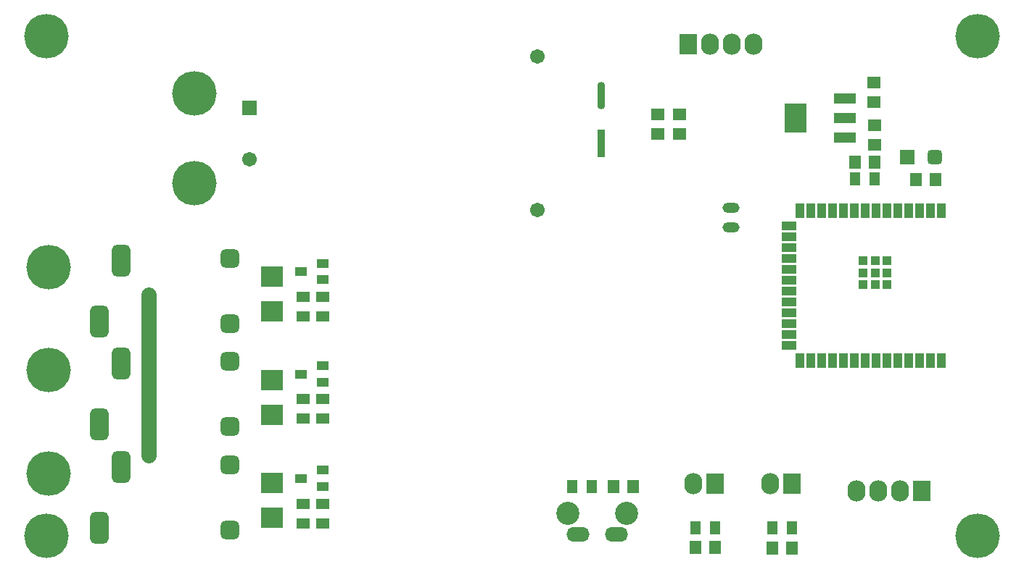
<source format=gts>
G04*
G04 #@! TF.GenerationSoftware,Altium Limited,Altium Designer,21.2.1 (34)*
G04*
G04 Layer_Color=8388736*
%FSTAX24Y24*%
%MOIN*%
G70*
G04*
G04 #@! TF.SameCoordinates,05E74B49-6C64-4D2F-80AE-A4148A6602C0*
G04*
G04*
G04 #@! TF.FilePolarity,Negative*
G04*
G01*
G75*
%ADD34O,0.0780X0.0480*%
%ADD35O,0.0356X0.1261*%
%ADD36R,0.0356X0.1261*%
%ADD37R,0.0630X0.0580*%
%ADD38R,0.0680X0.0680*%
G04:AMPARAMS|DCode=39|XSize=68mil|YSize=68mil|CornerRadius=19mil|HoleSize=0mil|Usage=FLASHONLY|Rotation=0.000|XOffset=0mil|YOffset=0mil|HoleType=Round|Shape=RoundedRectangle|*
%AMROUNDEDRECTD39*
21,1,0.0680,0.0300,0,0,0.0*
21,1,0.0300,0.0680,0,0,0.0*
1,1,0.0380,0.0150,-0.0150*
1,1,0.0380,-0.0150,-0.0150*
1,1,0.0380,-0.0150,0.0150*
1,1,0.0380,0.0150,0.0150*
%
%ADD39ROUNDEDRECTD39*%
%ADD40R,0.0580X0.0630*%
%ADD41R,0.0474X0.0630*%
%ADD42R,0.0552X0.0415*%
%ADD43R,0.0671X0.0434*%
%ADD44R,0.0434X0.0671*%
%ADD45R,0.0434X0.0434*%
%ADD46R,0.1025X0.1379*%
%ADD47R,0.1025X0.0474*%
%ADD48R,0.0630X0.0474*%
%ADD49R,0.0986X0.0980*%
%ADD50C,0.0700*%
%ADD51O,0.0830X0.0980*%
%ADD52R,0.0830X0.0980*%
%ADD53R,0.0671X0.0671*%
%ADD54C,0.0671*%
G04:AMPARAMS|DCode=55|XSize=145.8mil|YSize=86.7mil|CornerRadius=23.7mil|HoleSize=0mil|Usage=FLASHONLY|Rotation=90.000|XOffset=0mil|YOffset=0mil|HoleType=Round|Shape=RoundedRectangle|*
%AMROUNDEDRECTD55*
21,1,0.1458,0.0394,0,0,90.0*
21,1,0.0984,0.0867,0,0,90.0*
1,1,0.0474,0.0197,0.0492*
1,1,0.0474,0.0197,-0.0492*
1,1,0.0474,-0.0197,-0.0492*
1,1,0.0474,-0.0197,0.0492*
%
%ADD55ROUNDEDRECTD55*%
G04:AMPARAMS|DCode=56|XSize=86.7mil|YSize=86.7mil|CornerRadius=23.7mil|HoleSize=0mil|Usage=FLASHONLY|Rotation=90.000|XOffset=0mil|YOffset=0mil|HoleType=Round|Shape=RoundedRectangle|*
%AMROUNDEDRECTD56*
21,1,0.0867,0.0394,0,0,90.0*
21,1,0.0394,0.0867,0,0,90.0*
1,1,0.0474,0.0197,0.0197*
1,1,0.0474,0.0197,-0.0197*
1,1,0.0474,-0.0197,-0.0197*
1,1,0.0474,-0.0197,0.0197*
%
%ADD56ROUNDEDRECTD56*%
%ADD57C,0.2049*%
%ADD58C,0.1064*%
%ADD59O,0.1064X0.0671*%
D34*
X052782Y024606D02*
D03*
Y025512D02*
D03*
D35*
X046797Y030665D02*
D03*
D36*
Y028465D02*
D03*
D37*
X049396Y02892D02*
D03*
Y02982D02*
D03*
X050419D02*
D03*
Y02892D02*
D03*
X059372Y028394D02*
D03*
Y029294D02*
D03*
X059356Y030377D02*
D03*
Y031277D02*
D03*
D38*
X060892Y027835D02*
D03*
D39*
X062152D02*
D03*
D40*
X059373Y027598D02*
D03*
X058473D02*
D03*
X055577Y009843D02*
D03*
X054677D02*
D03*
X048274Y01269D02*
D03*
X047374D02*
D03*
X051132Y009865D02*
D03*
X052031D02*
D03*
X062168Y026811D02*
D03*
X061269D02*
D03*
D41*
X054682Y010765D02*
D03*
X055582D02*
D03*
X052032D02*
D03*
X051132D02*
D03*
X059373Y02685D02*
D03*
X058473D02*
D03*
X045474Y01269D02*
D03*
X046374D02*
D03*
D42*
X034012Y018243D02*
D03*
X03401Y017485D02*
D03*
X033028Y017857D02*
D03*
X033028Y013041D02*
D03*
X03401Y012669D02*
D03*
X034012Y013427D02*
D03*
X033028Y022568D02*
D03*
X03401Y022196D02*
D03*
X034012Y022954D02*
D03*
D43*
X055443Y019179D02*
D03*
Y019679D02*
D03*
Y020179D02*
D03*
Y020679D02*
D03*
Y021179D02*
D03*
Y021679D02*
D03*
Y022179D02*
D03*
Y022679D02*
D03*
Y023179D02*
D03*
Y023679D02*
D03*
Y024179D02*
D03*
Y024679D02*
D03*
D44*
X062435Y018484D02*
D03*
X061935D02*
D03*
X061435D02*
D03*
X060935D02*
D03*
X060435D02*
D03*
X059935D02*
D03*
X059435D02*
D03*
X058935D02*
D03*
X058435D02*
D03*
X057935D02*
D03*
X057435D02*
D03*
X056935D02*
D03*
X056435D02*
D03*
X055935D02*
D03*
Y025374D02*
D03*
X056435D02*
D03*
X056935D02*
D03*
X057435D02*
D03*
X057935D02*
D03*
X058435D02*
D03*
X058935D02*
D03*
X059435D02*
D03*
X059935D02*
D03*
X060435D02*
D03*
X060935D02*
D03*
X061435D02*
D03*
X061935D02*
D03*
X062435D02*
D03*
D45*
X059947Y021969D02*
D03*
Y02252D02*
D03*
Y023071D02*
D03*
X058844Y021969D02*
D03*
Y02252D02*
D03*
Y023071D02*
D03*
X059396Y021969D02*
D03*
Y023071D02*
D03*
Y02252D02*
D03*
D46*
X05573Y029644D02*
D03*
D47*
X058013Y03055D02*
D03*
Y029644D02*
D03*
Y028739D02*
D03*
D48*
X03312Y010989D02*
D03*
Y011889D02*
D03*
X03402Y010989D02*
D03*
Y011889D02*
D03*
X03312Y020516D02*
D03*
Y021416D02*
D03*
X03402Y020516D02*
D03*
Y021416D02*
D03*
Y015805D02*
D03*
Y016705D02*
D03*
X03312Y015805D02*
D03*
Y016705D02*
D03*
D49*
X031679Y012847D02*
D03*
Y011247D02*
D03*
Y022335D02*
D03*
Y020735D02*
D03*
Y017591D02*
D03*
Y015991D02*
D03*
D50*
X02601Y018386D02*
Y021518D01*
Y014094D02*
Y018386D01*
D51*
X054593Y0128D02*
D03*
X051049Y0128D02*
D03*
X051821Y033031D02*
D03*
X052821D02*
D03*
X053821D02*
D03*
X06053Y01248D02*
D03*
X05953D02*
D03*
X05853D02*
D03*
D52*
X055593Y0128D02*
D03*
X052049Y0128D02*
D03*
X050821Y033031D02*
D03*
X06153Y01248D02*
D03*
D53*
X030656Y030118D02*
D03*
D54*
Y027756D02*
D03*
X043884Y03248D02*
D03*
Y025394D02*
D03*
D55*
X024758Y023065D02*
D03*
X023758Y02027D02*
D03*
X024758Y01834D02*
D03*
X023758Y015545D02*
D03*
X024758Y013577D02*
D03*
X023758Y010781D02*
D03*
D56*
X029758Y020171D02*
D03*
Y023163D02*
D03*
Y015447D02*
D03*
Y018439D02*
D03*
Y010683D02*
D03*
Y013675D02*
D03*
D57*
X021404Y02277D02*
D03*
Y018045D02*
D03*
Y013281D02*
D03*
X028096Y030787D02*
D03*
Y026654D02*
D03*
X06412Y010394D02*
D03*
Y033425D02*
D03*
X021325Y033425D02*
D03*
Y010394D02*
D03*
D58*
X045266Y011445D02*
D03*
X047983D02*
D03*
D59*
X04751Y010461D02*
D03*
X045739D02*
D03*
M02*

</source>
